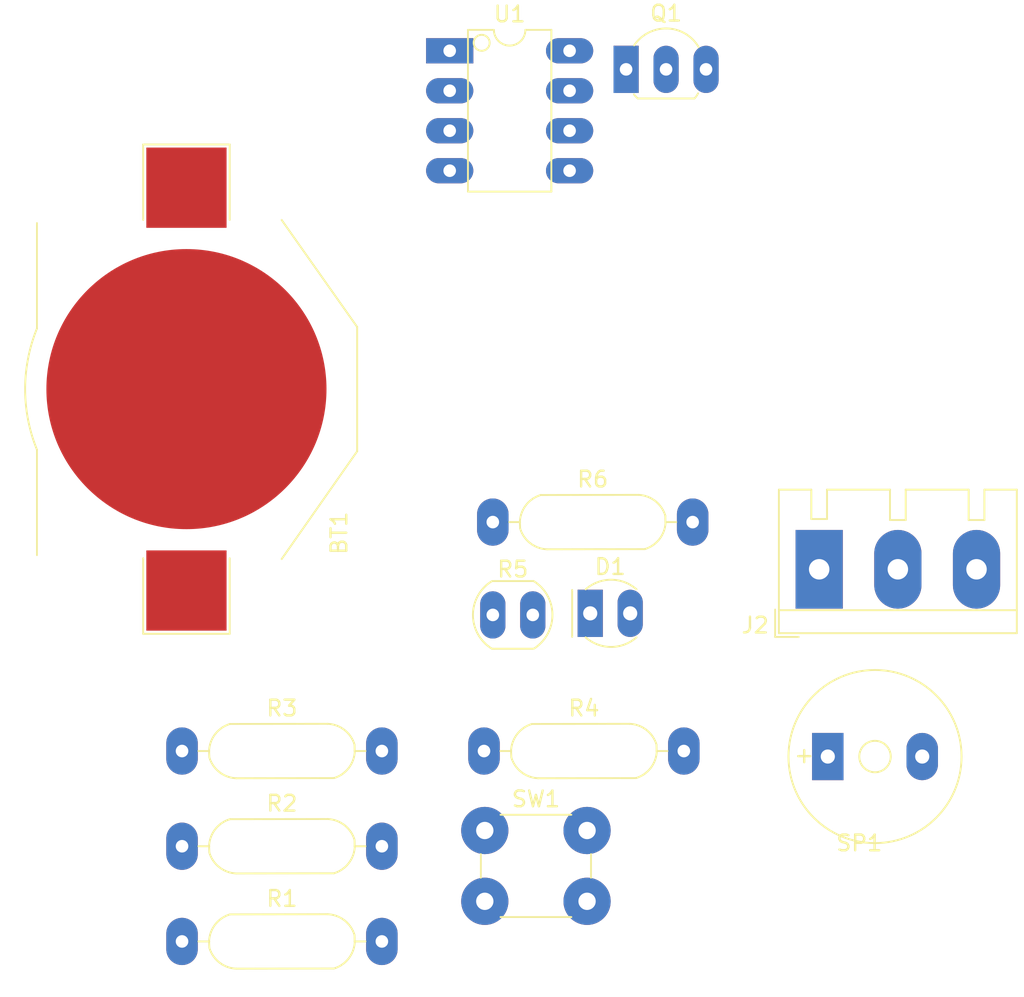
<source format=kicad_pcb>
(kicad_pcb (version 20211014) (generator pcbnew)
  (layers (0 "F.Cu" signal) (31 "B.Cu" signal) (34 "B.Paste" user) (35 "F.Paste" user) (36 "B.SilkS" user "B.Silkscreen") (37 "F.SilkS" user "F.Silkscreen") (38 "B.Mask" user) (39 "F.Mask" user) (44 "Edge.Cuts" user))
  (net 0 "")
  (net 1 "/PROBE_SENSE")
  (net 2 "Net-(J2-Pad1)")
  (net 3 "/MOSI{slash}PROBE_PWR")
  (net 4 "/RESET")
  (net 5 "Net-(D1-Pad2)")
  (net 6 "GND")
  (net 7 "/MISO{slash}SPEAKER")
  (net 8 "/SCK{slash}LDR")
  (net 9 "VCC")
  (net 10 "Net-(D1-Pad1)")
  (net 12 "Net-(J2-Pad3)")
  (footprint "Battery:BatteryHolder_Keystone_3002_1x2032" (layer "F.Cu") (at 129.54 114.3 90)
    (fp_text reference "BT1" (at -9.15 9.7 90) (layer "F.SilkS"))
    (fp_text value "3V")
    (fp_line (start -10.75 -2.75) (end -15.55 -2.75) (layer "F.SilkS") (width 0.12))
    (fp_line (start -3.95 10.85) (end 3.95 10.85) (layer "F.SilkS") (width 0.12))
    (fp_line (start 3.95 10.85) (end 10.75 6.05) (layer "F.SilkS") (width 0.12))
    (fp_line (start 15.55 -2.75) (end 10.75 -2.75) (layer "F.SilkS") (width 0.12))
    (fp_line (start -10.55 -9.5) (end -3.85 -9.5) (layer "F.SilkS") (width 0.12))
    (fp_line (start -15.55 -2.75) (end -15.55 2.75) (layer "F.SilkS") (width 0.12))
    (fp_line (start 10.75 2.75) (end 15.55 2.75) (layer "F.SilkS") (width 0.12))
    (fp_line (start -10.8 6.05) (end -3.95 10.85) (layer "F.SilkS") (width 0.12))
    (fp_line (start 10.55 -9.5) (end 3.85 -9.5) (layer "F.SilkS") (width 0.12))
    (fp_line (start -15.55 2.75) (end -10.75 2.75) (layer "F.SilkS") (width 0.12))
    (fp_line (start 15.55 2.75) (end 15.55 -2.75) (layer "F.SilkS") (width 0.12))
    (fp_arc (start -3.846385 -9.501464) (mid 0.00195 -10.250487) (end 3.85 -9.5) (layer "F.SilkS") (width 0.12))
    (pad "1" smd rect (at 12.8 0 90) (size 5.1 5.1) (layers "F.Cu" "F.Paste" "F.Mask") (net 9 "VCC"))
    (pad "1" smd rect (at -12.8 0 90) (size 5.1 5.1) (layers "F.Cu" "F.Paste" "F.Mask") (net 9 "VCC"))
    (pad "2" smd circle (at 0 0 90) (size 17.8 17.8) (layers "F.Cu" "F.Mask") (net 6 "GND"))
  )
  (footprint "_Tinker:R_LDR_4.9x4.2mm_P2.54mm_Vertical_Thick" (layer "F.Cu") (at 149.01 128.65)
    (fp_text reference "R5" (at 1.27 -2.9) (layer "F.SilkS"))
    (fp_text value "R_Photo")
    (fp_line (start -0.05 -2.15) (end 2.6 -2.15) (layer "F.SilkS") (width 0.12))
    (fp_line (start -0.05 2.15) (end 2.6 2.15) (layer "F.SilkS") (width 0.12))
    (fp_arc (start 2.6 -2.15) (mid 3.788646 -0.016616) (end 2.628027 2.132145) (layer "F.SilkS") (width 0.12))
    (fp_arc (start -0.05 2.15) (mid -1.262424 0.01494) (end -0.075476 -2.134388) (layer "F.SilkS") (width 0.12))
    (pad "1" thru_hole oval (at 0 0) (size 1.6 3) (drill 0.8) (layers *.Cu *.Mask) (net 3 "/MOSI{slash}PROBE_PWR"))
    (pad "2" thru_hole oval (at 2.54 0) (size 1.6 3) (drill 0.8) (layers *.Cu *.Mask) (net 8 "/SCK{slash}LDR"))
  )
  (footprint "_Tinker:TerminalBlock_1x03_P5.00mm_Thick" (layer "F.Cu") (at 169.75 125.75)
    (fp_text reference "J2" (at -4.064 3.556) (layer "F.SilkS"))
    (fp_text value "Conn_01x03")
    (fp_line (start 0.5 -5.06) (end 0.5 -3.194) (layer "F.SilkS") (width 0.12))
    (fp_line (start -2.56 -5.06) (end -0.508 -5.06) (layer "F.SilkS") (width 0.12))
    (fp_line (start 5.5 -5.06) (end 9.5 -5.06) (layer "F.SilkS") (width 0.12))
    (fp_line (start -0.5 -3.194) (end 0.5 -3.194) (layer "F.SilkS") (width 0.12))
    (fp_line (start -2.8 4.3) (end -1.3 4.3) (layer "F.SilkS") (width 0.12))
    (fp_line (start 0.5 -5.06) (end 4.5 -5.06) (layer "F.SilkS") (width 0.12))
    (fp_line (start 9.5 -5.06) (end 9.5 -3.131) (layer "F.SilkS") (width 0.12))
    (fp_line (start 12.56 -5.06) (end 12.56 4.06) (layer "F.SilkS") (width 0.12))
    (fp_line (start 4.5 -5.06) (end 4.5 -3.131) (layer "F.SilkS") (width 0.12))
    (fp_line (start 4.5 -3.131) (end 5.5 -3.131) (layer "F.SilkS") (width 0.12))
    (fp_line (start 10.5 -5.06) (end 10.5 -3.131) (layer "F.SilkS") (width 0.12))
    (fp_line (start -0.5 -5.06) (end -0.5 -3.194) (layer "F.SilkS") (width 0.12))
    (fp_line (start -2.56 2.6) (end 12.56 2.6) (layer "F.SilkS") (width 0.12))
    (fp_line (start 5.5 -5.06) (end 5.5 -3.131) (layer "F.SilkS") (width 0.12))
    (fp_line (start -2.56 4.06) (end 12.56 4.06) (layer "F.SilkS") (width 0.12))
    (fp_line (start -2.56 -5.06) (end -2.56 4.06) (layer "F.SilkS") (width 0.12))
    (fp_line (start 9.5 -3.131) (end 10.5 -3.131) (layer "F.SilkS") (width 0.12))
    (fp_line (start 10.5 -5.06) (end 12.56 -5.06) (layer "F.SilkS") (width 0.12))
    (fp_line (start -2.8 2.56) (end -2.8 4.3) (layer "F.SilkS") (width 0.12))
    (pad "1" thru_hole rect (at 0 0) (size 3 5) (drill 1.3) (layers *.Cu *.Mask) (net 2 "Net-(J2-Pad1)"))
    (pad "2" thru_hole oval (at 5 0) (size 3 5) (drill 1.3) (layers *.Cu *.Mask))
    (pad "3" thru_hole oval (at 10 0) (size 3 5) (drill 1.3) (layers *.Cu *.Mask) (net 12 "Net-(J2-Pad3)"))
  )
  (footprint "_Tinker:LED_D3.0mm_Thick" (layer "F.Cu") (at 155.2 128.55)
    (fp_text reference "D1" (at 1.27 -2.96) (layer "F.SilkS"))
    (fp_text value "LED")
    (fp_line (start -1.148334 -1.487217) (end -1.148334 1.494766) (layer "F.SilkS") (width 0.12))
    (fp_arc (start -0.29 -1.524) (mid 1.326168 -2.136119) (end 2.942335 -1.524) (layer "F.SilkS") (width 0.12))
    (fp_arc (start 2.942335 1.524) (mid 1.326167 2.135033) (end -0.29 1.524) (layer "F.SilkS") (width 0.12))
    (pad "1" thru_hole rect (at 0 0) (size 1.6 3) (drill 0.9) (layers *.Cu *.Mask) (net 10 "Net-(D1-Pad1)"))
    (pad "2" thru_hole oval (at 2.54 0) (size 1.6 3) (drill 0.9) (layers *.Cu *.Mask) (net 5 "Net-(D1-Pad2)"))
  )
  (footprint "_Tinker:TO-92_Inline_Wide_Thick" (layer "F.Cu") (at 157.48 93.98)
    (fp_text reference "Q1" (at 2.54 -3.56) (layer "F.SilkS"))
    (fp_text value "2N3904")
    (fp_line (start 0.74 1.85) (end 4.34 1.85) (layer "F.SilkS") (width 0.12))
    (fp_arc (start 2.54 -2.6) (mid 3.731342 -2.284866) (end 4.607409 -1.4182) (layer "F.SilkS") (width 0.12))
    (fp_arc (start 0.74 1.85) (mid 0.616018 1.724467) (end 0.501985 1.589831) (layer "F.SilkS") (width 0.12))
    (fp_arc (start 4.572 1.524) (mid 4.470758 1.697503) (end 4.34 1.85) (layer "F.SilkS") (width 0.12))
    (fp_arc (start 0.508 -1.524) (mid 1.390348 -2.314398) (end 2.54 -2.6) (layer "F.SilkS") (width 0.12))
    (pad "1" thru_hole rect (at 0 0) (size 1.6 3) (drill 0.8) (layers *.Cu *.Mask) (net 1 "/PROBE_SENSE"))
    (pad "2" thru_hole oval (at 2.54 0) (size 1.6 3) (drill 0.8) (layers *.Cu *.Mask) (net 2 "Net-(J2-Pad1)"))
    (pad "3" thru_hole oval (at 5.08 0) (size 1.6 3) (drill 0.8) (layers *.Cu *.Mask) (net 3 "/MOSI{slash}PROBE_PWR"))
  )
  (footprint "_Tinker:R_Axial_DIN0309_L9.0mm_D3.2mm_P12.70mm_Horizontal_Thick" (layer "F.Cu") (at 129.26 149.4)
    (fp_text reference "R1" (at 6.35 -2.72) (layer "F.SilkS"))
    (fp_text value "10k")
    (fp_line (start 9.243784 -1.729328) (end 3.048 -1.72) (layer "F.SilkS") (width 0.12))
    (fp_line (start 11.66 0) (end 10.97 0) (layer "F.SilkS") (width 0.12))
    (fp_line (start 1.72 0) (end 1.736216 0.401327) (layer "F.SilkS") (width 0.12))
    (fp_line (start 1.04 0) (end 1.73 0) (layer "F.SilkS") (width 0.12))
    (fp_line (start 3.456216 1.729327) (end 9.652 1.719999) (layer "F.SilkS") (width 0.12))
    (fp_line (start 10.97 0) (end 10.963784 -0.401328) (layer "F.SilkS") (width 0.12))
    (fp_arc (start 10.98 -0.000001) (mid 10.593772 1.074465) (end 9.652 1.719999) (layer "F.SilkS") (width 0.12))
    (fp_arc (start 1.72 0) (mid 2.106228 -1.074466) (end 3.048 -1.72) (layer "F.SilkS") (width 0.12))
    (fp_arc (start 9.243784 -1.729328) (mid 10.31825 -1.3431) (end 10.963784 -0.401328) (layer "F.SilkS") (width 0.12))
    (fp_arc (start 3.456216 1.729327) (mid 2.38175 1.343099) (end 1.736216 0.401327) (layer "F.SilkS") (width 0.12))
    (pad "1" thru_hole oval (at 0 0) (size 2 3) (drill 0.8) (layers *.Cu *.Mask) (net 9 "VCC"))
    (pad "2" thru_hole oval (at 12.7 0) (size 2 3) (drill 0.8) (layers *.Cu *.Mask) (net 4 "/RESET"))
  )
  (footprint "_Tinker:SW_PUSH_6mm_H5mm_Thick" (layer "F.Cu") (at 148.5 142.35)
    (fp_text reference "SW1" (at 3.25 -2) (layer "F.SilkS"))
    (fp_text value "SW_Push")
    (fp_line (start 5.5 -1) (end 1 -1) (layer "F.SilkS") (width 0.12))
    (fp_line (start 1 5.5) (end 5.5 5.5) (layer "F.SilkS") (width 0.12))
    (fp_line (start -0.25 1.5) (end -0.25 3) (layer "F.SilkS") (width 0.12))
    (fp_line (start 6.75 3) (end 6.75 1.5) (layer "F.SilkS") (width 0.12))
    (pad "1" thru_hole circle (at 6.5 0 90) (size 3 3) (drill 1.1) (layers *.Cu *.Mask) (net 4 "/RESET"))
    (pad "1" thru_hole circle (at 0 0 90) (size 3 3) (drill 1.1) (layers *.Cu *.Mask) (net 4 "/RESET"))
    (pad "2" thru_hole circle (at 6.5 4.5 90) (size 3 3) (drill 1.1) (layers *.Cu *.Mask) (net 6 "GND"))
    (pad "2" thru_hole circle (at 0 4.5 90) (size 3 3) (drill 1.1) (layers *.Cu *.Mask) (net 6 "GND"))
  )
  (footprint "_Tinker:MagneticBuzzer_Thick" (layer "F.Cu") (at 170.298431 137.65)
    (fp_text reference "SP1" (at 2 5.5) (layer "F.SilkS"))
    (fp_text value "Speaker")
    (fp_text user "+" (at -1.5 -0.1) (layer "F.SilkS"))
    (fp_circle (center 3 0) (end 4 0) (layer "F.SilkS") (width 0.12) (fill none))
    (fp_circle (center 3 0) (end 8.5 0) (layer "F.SilkS") (width 0.12) (fill none))
    (pad "1" thru_hole rect (at 0 0) (size 2 3) (drill 0.9) (layers *.Cu *.Mask) (net 7 "/MISO{slash}SPEAKER"))
    (pad "2" thru_hole oval (at 6 0) (size 2 3) (drill 0.9) (layers *.Cu *.Mask) (net 6 "GND"))
  )
  (footprint "_Tinker:R_Axial_DIN0309_L9.0mm_D3.2mm_P12.70mm_Horizontal_Thick" (layer "F.Cu") (at 129.26 143.35)
    (fp_text reference "R2" (at 6.35 -2.72) (layer "F.SilkS"))
    (fp_text value "10k")
    (fp_line (start 1.72 0) (end 1.736216 0.401327) (layer "F.SilkS") (width 0.12))
    (fp_line (start 1.04 0) (end 1.73 0) (layer "F.SilkS") (width 0.12))
    (fp_line (start 10.97 0) (end 10.963784 -0.401328) (layer "F.SilkS") (width 0.12))
    (fp_line (start 11.66 0) (end 10.97 0) (layer "F.SilkS") (width 0.12))
    (fp_line (start 9.243784 -1.729328) (end 3.048 -1.72) (layer "F.SilkS") (width 0.12))
    (fp_line (start 3.456216 1.729327) (end 9.652 1.719999) (layer "F.SilkS") (width 0.12))
    (fp_arc (start 9.243784 -1.729328) (mid 10.31825 -1.3431) (end 10.963784 -0.401328) (layer "F.SilkS") (width 0.12))
    (fp_arc (start 3.456216 1.729327) (mid 2.38175 1.343099) (end 1.736216 0.401327) (layer "F.SilkS") (width 0.12))
    (fp_arc (start 1.72 0) (mid 2.106228 -1.074466) (end 3.048 -1.72) (layer "F.SilkS") (width 0.12))
    (fp_arc (start 10.98 -0.000001) (mid 10.593772 1.074465) (end 9.652 1.719999) (layer "F.SilkS") (width 0.12))
    (pad "1" thru_hole oval (at 0 0) (size 2 3) (drill 0.8) (layers *.Cu *.Mask) (net 1 "/PROBE_SENSE"))
    (pad "2" thru_hole oval (at 12.7 0) (size 2 3) (drill 0.8) (layers *.Cu *.Mask) (net 6 "GND"))
  )
  (footprint "_Tinker:R_Axial_DIN0309_L9.0mm_D3.2mm_P12.70mm_Horizontal_Thick" (layer "F.Cu") (at 148.45 137.3)
    (fp_text reference "R4" (at 6.35 -2.72) (layer "F.SilkS"))
    (fp_text value "10k")
    (fp_line (start 11.66 0) (end 10.97 0) (layer "F.SilkS") (width 0.12))
    (fp_line (start 3.456216 1.729327) (end 9.652 1.719999) (layer "F.SilkS") (width 0.12))
    (fp_line (start 9.243784 -1.729328) (end 3.048 -1.72) (layer "F.SilkS") (width 0.12))
    (fp_line (start 1.04 0) (end 1.73 0) (layer "F.SilkS") (width 0.12))
    (fp_line (start 10.97 0) (end 10.963784 -0.401328) (layer "F.SilkS") (width 0.12))
    (fp_line (start 1.72 0) (end 1.736216 0.401327) (layer "F.SilkS") (width 0.12))
    (fp_arc (start 1.72 0) (mid 2.106228 -1.074466) (end 3.048 -1.72) (layer "F.SilkS") (width 0.12))
    (fp_arc (start 10.98 -0.000001) (mid 10.593772 1.074465) (end 9.652 1.719999) (layer "F.SilkS") (width 0.12))
    (fp_arc (start 9.243784 -1.729328) (mid 10.31825 -1.3431) (end 10.963784 -0.401328) (layer "F.SilkS") (width 0.12))
    (fp_arc (start 3.456216 1.729327) (mid 2.38175 1.343099) (end 1.736216 0.401327) (layer "F.SilkS") (width 0.12))
    (pad "1" thru_hole oval (at 0 0) (size 2 3) (drill 0.8) (layers *.Cu *.Mask) (net 6 "GND"))
    (pad "2" thru_hole oval (at 12.7 0) (size 2 3) (drill 0.8) (layers *.Cu *.Mask) (net 10 "Net-(D1-Pad1)"))
  )
  (footprint "_Tinker:R_Axial_DIN0309_L9.0mm_D3.2mm_P12.70mm_Horizontal_Thick" (layer "F.Cu") (at 149.01 122.75)
    (fp_text reference "R6" (at 6.35 -2.72) (layer "F.SilkS"))
    (fp_text value "10k")
    (fp_line (start 3.456216 1.729327) (end 9.652 1.719999) (layer "F.SilkS") (width 0.12))
    (fp_line (start 9.243784 -1.729328) (end 3.048 -1.72) (layer "F.SilkS") (width 0.12))
    (fp_line (start 1.72 0) (end 1.736216 0.401327) (layer "F.SilkS") (width 0.12))
    (fp_line (start 11.66 0) (end 10.97 0) (layer "F.SilkS") (width 0.12))
    (fp_line (start 10.97 0) (end 10.963784 -0.401328) (layer "F.SilkS") (width 0.12))
    (fp_line (start 1.04 0) (end 1.73 0) (layer "F.SilkS") (width 0.12))
    (fp_arc (start 1.72 0) (mid 2.106228 -1.074466) (end 3.048 -1.72) (layer "F.SilkS") (width 0.12))
    (fp_arc (start 3.456216 1.729327) (mid 2.38175 1.343099) (end 1.736216 0.401327) (layer "F.SilkS") (width 0.12))
    (fp_arc (start 9.243784 -1.729328) (mid 10.31825 -1.3431) (end 10.963784 -0.401328) (layer "F.SilkS") (width 0.12))
    (fp_arc (start 10.98 -0.000001) (mid 10.593772 1.074465) (end 9.652 1.719999) (layer "F.SilkS") (width 0.12))
    (pad "1" thru_hole oval (at 0 0) (size 2 3) (drill 0.8) (layers *.Cu *.Mask) (net 8 "/SCK{slash}LDR"))
    (pad "2" thru_hole oval (at 12.7 0) (size 2 3) (drill 0.8) (layers *.Cu *.Mask) (net 6 "GND"))
  )
  (footprint "_Tinker:R_Axial_DIN0309_L9.0mm_D3.2mm_P12.70mm_Horizontal_Thick" (layer "F.Cu") (at 129.26 137.3)
    (fp_text reference "R3" (at 6.35 -2.72) (layer "F.SilkS"))
    (fp_text value "100")
    (fp_line (start 10.97 0) (end 10.963784 -0.401328) (layer "F.SilkS") (width 0.12))
    (fp_line (start 1.72 0) (end 1.736216 0.401327) (layer "F.SilkS") (width 0.12))
    (fp_line (start 9.243784 -1.729328) (end 3.048 -1.72) (layer "F.SilkS") (width 0.12))
    (fp_line (start 1.04 0) (end 1.73 0) (layer "F.SilkS") (width 0.12))
    (fp_line (start 3.456216 1.729327) (end 9.652 1.719999) (layer "F.SilkS") (width 0.12))
    (fp_line (start 11.66 0) (end 10.97 0) (layer "F.SilkS") (width 0.12))
    (fp_arc (start 10.98 -0.000001) (mid 10.593772 1.074465) (end 9.652 1.719999) (layer "F.SilkS") (width 0.12))
    (fp_arc (start 1.72 0) (mid 2.106228 -1.074466) (end 3.048 -1.72) (layer "F.SilkS") (width 0.12))
    (fp_arc (start 9.243784 -1.729328) (mid 10.31825 -1.3431) (end 10.963784 -0.401328) (layer "F.SilkS") (width 0.12))
    (fp_arc (start 3.456216 1.729327) (mid 2.38175 1.343099) (end 1.736216 0.401327) (layer "F.SilkS") (width 0.12))
    (pad "1" thru_hole oval (at 0 0) (size 2 3) (drill 0.8) (layers *.Cu *.Mask) (net 3 "/MOSI{slash}PROBE_PWR"))
    (pad "2" thru_hole oval (at 12.7 0) (size 2 3) (drill 0.8) (layers *.Cu *.Mask) (net 12 "Net-(J2-Pad3)"))
  )
  (footprint "_Tinker:DIP-8_W7.62mm_Thick" (layer "F.Cu") (at 146.27 92.8)
    (fp_text reference "U1" (at 3.81 -2.33) (layer "F.SilkS"))
    (fp_text value "ATtiny85V-10P")
    (fp_line (start 2.81 -1.33) (end 1.16 -1.33) (layer "F.SilkS") (width 0.12))
    (fp_line (start 6.46 -1.33) (end 4.81 -1.33) (layer "F.SilkS") (width 0.12))
    (fp_line (start 1.16 8.95) (end 6.46 8.95) (layer "F.SilkS") (width 0.12))
    (fp_line (start 1.16 -1.33) (end 1.16 8.95) (layer "F.SilkS") (width 0.12))
    (fp_line (start 6.46 8.95) (end 6.46 -1.33) (layer "F.SilkS") (width 0.12))
    (fp_arc (start 4.81 -1.33) (mid 3.81 -0.33) (end 2.81 -1.33) (layer "F.SilkS") (width 0.12))
    (fp_circle (center 2.032 -0.508) (end 2.54 -0.508) (layer "F.SilkS") (width 0.12) (fill none))
    (pad "1" thru_hole rect (at 0 0) (size 3 1.6) (drill 0.8) (layers *.Cu *.Mask) (net 4 "/RESET"))
    (pad "2" thru_hole oval (at 0 2.54) (size 3 1.6) (drill 0.8) (layers *.Cu *.Mask) (net 5 "Net-(D1-Pad2)"))
    (pad "3" thru_hole oval (at 0 5.08) (size 3 1.6) (drill 0.8) (layers *.Cu *.Mask) (net 1 "/PROBE_SENSE"))
    (pad "4" thru_hole oval (at 0 7.62) (size 3 1.6) (drill 0.8) (layers *.Cu *.Mask) (net 6 "GND"))
    (pad "5" thru_hole oval (at 7.62 7.62) (size 3 1.6) (drill 0.8) (layers *.Cu *.Mask) (net 3 "/MOSI{slash}PROBE_PWR"))
    (pad "6" thru_hole oval (at 7.62 5.08) (size 3 1.6) (drill 0.8) (layers *.Cu *.Mask) (net 7 "/MISO{slash}SPEAKER"))
    (pad "7" thru_hole oval (at 7.62 2.54) (size 3 1.6) (drill 0.8) (layers *.Cu *.Mask) (net 8 "/SCK{slash}LDR"))
    (pad "8" thru_hole oval (at 7.62 0) (size 3 1.6) (drill 0.8) (layers *.Cu *.Mask) (net 9 "VCC"))
  )
)
</source>
